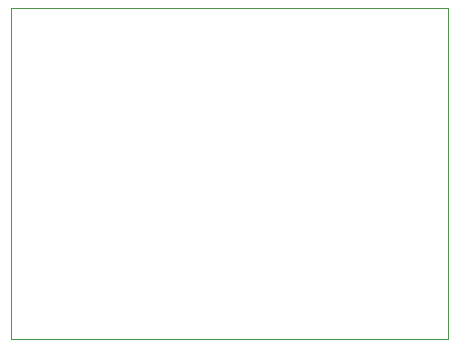
<source format=gbr>
%TF.GenerationSoftware,Altium Limited,Altium Designer,23.3.1 (30)*%
G04 Layer_Color=0*
%FSLAX43Y43*%
%MOMM*%
%TF.SameCoordinates,FBF7E1D4-C1B8-4771-B9F0-462779BE4FB5*%
%TF.FilePolarity,Positive*%
%TF.FileFunction,Profile,NP*%
%TF.Part,Single*%
G01*
G75*
%TA.AperFunction,Profile*%
%ADD18C,0.025*%
D18*
X0Y0D02*
Y28000D01*
X37000D01*
Y0D01*
X0D01*
%TF.MD5,3d1fab1c7481ba5988363cdc563c2539*%
M02*

</source>
